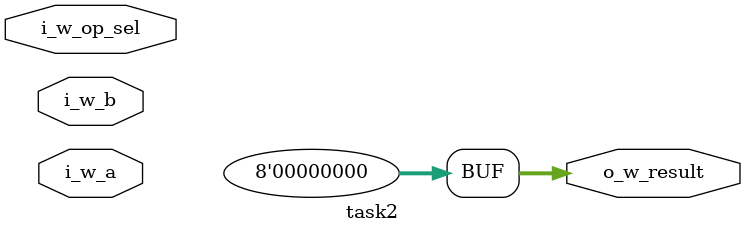
<source format=v>
`timescale 1ns / 1ps


module task2(
    output wire [7:0] o_w_result,
    input  wire [3:0] i_w_a,
    input  wire [3:0] i_w_b,
    input  wire [2:0] i_w_op_sel
);
    // TODO 1: Define local wire and use task0 and task1 for MUL, DIV and MOD
    wire[7:0] l_w_mul;
    wire[3:0] l_w_div;
    wire[3:0] l_w_mod;

    // TODO 2: Define a result reg and implement the logic to run the operation from op_sel on a and b
    reg[7:0] l_r_result;

    always @(*) begin
        case(i_w_op_sel)
            // AND
            3'd0: l_r_result = 0;
            // XOR
            3'd1: l_r_result = 0;
            // OR
            3'd2: l_r_result = 0;
            // ADD: use opeartor +
            3'd3: l_r_result = 0;
            // SUB: use operator -
            3'd4: l_r_result = 0;
            // MUL: use result from task0
            3'd5: l_r_result = 0;
            // DIV: use result from task1
            3'd6: l_r_result = 0;
            // MOD: use result from task1
            3'd7: l_r_result = 0;
            default: l_r_result = 8'd0;
        endcase
    end

    // TODO 3: Assign o_w_result to result
    assign o_w_result = 0;
endmodule
</source>
